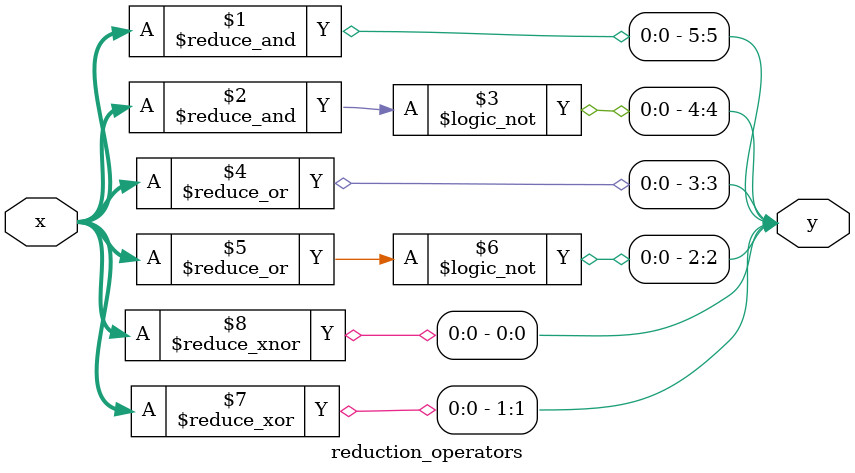
<source format=v>
module reduction_operators(
	input  [3:0]x,
	output [5:0]y
);
	assign y[5]=&x;
	assign y[4]=~&x;
	assign y[3]=|x;
	assign y[2]=~|x;
	assign y[1]=^x;
	assign y[0]=~^x;
endmodule

</source>
